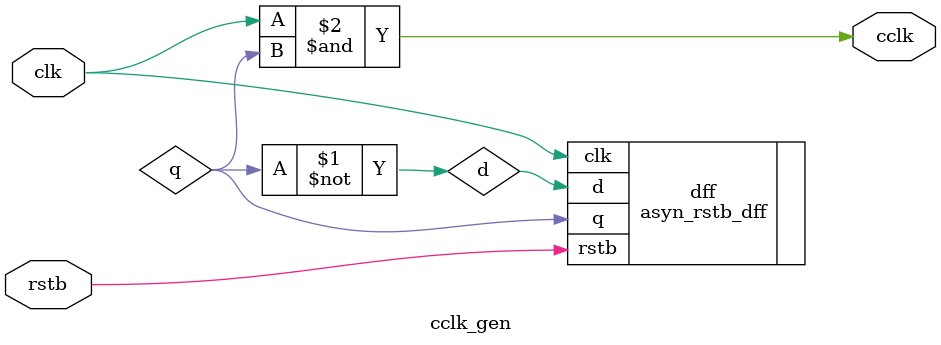
<source format=v>
`timescale 1ns/1ps


module cclk_gen(
	input clk,rstb,
	output wire cclk);
	wire q,d;
	assign d=~q;
	asyn_rstb_dff dff(
		.clk(clk),
		.d(d),
		.rstb(rstb),
		.q(q));
	assign #1 cclk=clk&q; //required to prevent timing violations in the ud-binary counter. tool will add buffers to compensate that

endmodule

/*
//testbench
module tb_cclk;
	reg clk,rstb;
	wire cclk;

	cclk_gen cc(
		.clk(clk),
		.rstb(rstb),
		.cclk(cclk));

	parameter FREQ=2560000;
	real clk_half_pd=(1.0/(2*FREQ))*1e9;
	initial begin
	$dumpfile("cclk_gen.vcd");
	$dumpvars;
	end

	initial begin
		clk=0;
		forever
			#(clk_half_pd) clk=~clk;
	end

	initial begin				
	rstb=0;
	#5 rstb=1;
	repeat(300) @(posedge clk);
	$finish;
	end
endmodule
*/
</source>
